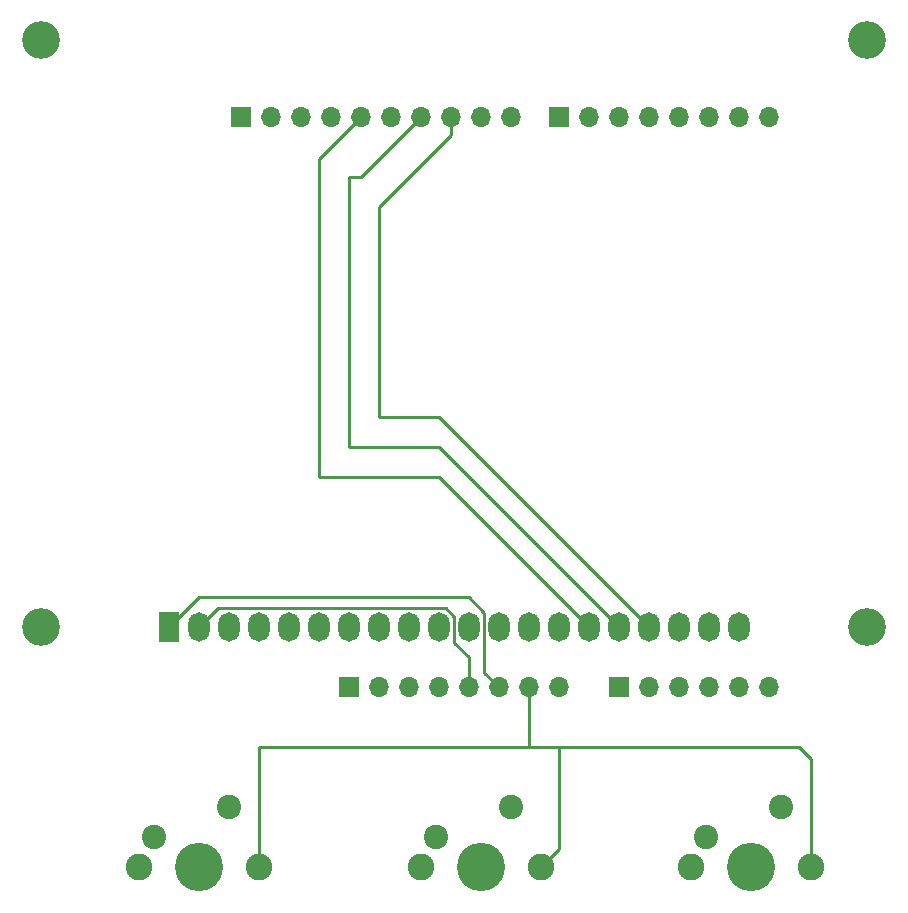
<source format=gbr>
%TF.GenerationSoftware,KiCad,Pcbnew,7.0.10*%
%TF.CreationDate,2024-02-11T11:32:57+13:00*%
%TF.ProjectId,conway_proj,636f6e77-6179-45f7-9072-6f6a2e6b6963,rev?*%
%TF.SameCoordinates,Original*%
%TF.FileFunction,Copper,L1,Top*%
%TF.FilePolarity,Positive*%
%FSLAX46Y46*%
G04 Gerber Fmt 4.6, Leading zero omitted, Abs format (unit mm)*
G04 Created by KiCad (PCBNEW 7.0.10) date 2024-02-11 11:32:57*
%MOMM*%
%LPD*%
G01*
G04 APERTURE LIST*
%TA.AperFunction,ComponentPad*%
%ADD10C,2.260600*%
%TD*%
%TA.AperFunction,ComponentPad*%
%ADD11C,4.089400*%
%TD*%
%TA.AperFunction,ComponentPad*%
%ADD12C,2.057400*%
%TD*%
%TA.AperFunction,ComponentPad*%
%ADD13R,1.700000X1.700000*%
%TD*%
%TA.AperFunction,ComponentPad*%
%ADD14O,1.700000X1.700000*%
%TD*%
%TA.AperFunction,ComponentPad*%
%ADD15O,1.800000X2.500000*%
%TD*%
%TA.AperFunction,ComponentPad*%
%ADD16R,1.800000X2.500000*%
%TD*%
%TA.AperFunction,ComponentPad*%
%ADD17C,3.200000*%
%TD*%
%TA.AperFunction,Conductor*%
%ADD18C,0.250000*%
%TD*%
G04 APERTURE END LIST*
D10*
%TO.P,MX_BUTTON3,5*%
%TO.N,GND*%
X141656000Y-178740000D03*
%TO.P,MX_BUTTON3,4*%
%TO.N,N/C*%
X131496000Y-178740000D03*
D11*
%TO.P,MX_BUTTON3,3*%
X136576000Y-178740000D03*
D12*
%TO.P,MX_BUTTON3,2*%
%TO.N,/4*%
X139116000Y-173660000D03*
%TO.P,MX_BUTTON3,1*%
%TO.N,N/C*%
X132766000Y-176200000D03*
%TD*%
D10*
%TO.P,MX_BUTTON2,5*%
%TO.N,GND*%
X118796000Y-178740000D03*
%TO.P,MX_BUTTON2,4*%
%TO.N,N/C*%
X108636000Y-178740000D03*
D11*
%TO.P,MX_BUTTON2,3*%
X113716000Y-178740000D03*
D12*
%TO.P,MX_BUTTON2,2*%
%TO.N,/\u002A3*%
X116256000Y-173660000D03*
%TO.P,MX_BUTTON2,1*%
%TO.N,N/C*%
X109906000Y-176200000D03*
%TD*%
%TO.P,MX_BUTTON1,1*%
%TO.N,N/C*%
X86030000Y-176200000D03*
%TO.P,MX_BUTTON1,2*%
%TO.N,/2*%
X92380000Y-173660000D03*
D11*
%TO.P,MX_BUTTON1,3*%
%TO.N,N/C*%
X89840000Y-178740000D03*
D10*
%TO.P,MX_BUTTON1,4*%
X84760000Y-178740000D03*
%TO.P,MX_BUTTON1,5*%
%TO.N,GND*%
X94920000Y-178740000D03*
%TD*%
D13*
%TO.P,J1,1,Pin_1*%
%TO.N,unconnected-(J1-Pin_1-Pad1)*%
X102540000Y-163500000D03*
D14*
%TO.P,J1,2,Pin_2*%
%TO.N,/IOREF*%
X105080000Y-163500000D03*
%TO.P,J1,3,Pin_3*%
%TO.N,/~{RESET}*%
X107620000Y-163500000D03*
%TO.P,J1,4,Pin_4*%
%TO.N,+3V3*%
X110160000Y-163500000D03*
%TO.P,J1,5,Pin_5*%
%TO.N,+5V*%
X112700000Y-163500000D03*
%TO.P,J1,6,Pin_6*%
%TO.N,GND*%
X115240000Y-163500000D03*
%TO.P,J1,7,Pin_7*%
X117780000Y-163500000D03*
%TO.P,J1,8,Pin_8*%
%TO.N,VCC*%
X120320000Y-163500000D03*
%TD*%
D13*
%TO.P,J3,1,Pin_1*%
%TO.N,/A0*%
X125400000Y-163500000D03*
D14*
%TO.P,J3,2,Pin_2*%
%TO.N,/A1*%
X127940000Y-163500000D03*
%TO.P,J3,3,Pin_3*%
%TO.N,/A2*%
X130480000Y-163500000D03*
%TO.P,J3,4,Pin_4*%
%TO.N,GND*%
X133020000Y-163500000D03*
%TO.P,J3,5,Pin_5*%
%TO.N,/SDA{slash}A4*%
X135560000Y-163500000D03*
%TO.P,J3,6,Pin_6*%
%TO.N,/SCL{slash}A5*%
X138100000Y-163500000D03*
%TD*%
D13*
%TO.P,J2,1,Pin_1*%
%TO.N,/SCL{slash}A5*%
X93396000Y-115240000D03*
D14*
%TO.P,J2,2,Pin_2*%
%TO.N,/SDA{slash}A4*%
X95936000Y-115240000D03*
%TO.P,J2,3,Pin_3*%
%TO.N,/AREF*%
X98476000Y-115240000D03*
%TO.P,J2,4,Pin_4*%
%TO.N,GND*%
X101016000Y-115240000D03*
%TO.P,J2,5,Pin_5*%
%TO.N,/13*%
X103556000Y-115240000D03*
%TO.P,J2,6,Pin_6*%
%TO.N,/12*%
X106096000Y-115240000D03*
%TO.P,J2,7*%
%TO.N,/\u002A11*%
X108636000Y-115240000D03*
%TO.P,J2,8*%
%TO.N,/\u002A10*%
X111176000Y-115240000D03*
%TO.P,J2,9*%
%TO.N,9*%
X113716000Y-115240000D03*
%TO.P,J2,10*%
%TO.N,8*%
X116256000Y-115240000D03*
%TD*%
D13*
%TO.P,J4,1,Pin_1*%
%TO.N,/7*%
X120320000Y-115240000D03*
D14*
%TO.P,J4,2,Pin_2*%
%TO.N,/\u002A6*%
X122860000Y-115240000D03*
%TO.P,J4,3,Pin_3*%
%TO.N,/\u002A5*%
X125400000Y-115240000D03*
%TO.P,J4,4,Pin_4*%
%TO.N,/4*%
X127940000Y-115240000D03*
%TO.P,J4,5,Pin_5*%
%TO.N,/\u002A3*%
X130480000Y-115240000D03*
%TO.P,J4,6,Pin_6*%
%TO.N,/2*%
X133020000Y-115240000D03*
%TO.P,J4,7,Pin_7*%
%TO.N,/TX{slash}1*%
X135560000Y-115240000D03*
%TO.P,J4,8,Pin_8*%
%TO.N,/RX{slash}0*%
X138100000Y-115240000D03*
%TD*%
D15*
%TO.P,DS1,20,LEDK/EL*%
%TO.N,GND*%
X135560000Y-158420000D03*
%TO.P,DS1,19,LEDA/EL*%
%TO.N,+5V*%
X133020000Y-158420000D03*
%TO.P,DS1,18,VEE*%
%TO.N,/passive*%
X130480000Y-158420000D03*
%TO.P,DS1,17,E*%
%TO.N,/\u002A10*%
X127940000Y-158420000D03*
%TO.P,DS1,16,D/~{I}*%
%TO.N,/\u002A11*%
X125400000Y-158420000D03*
%TO.P,DS1,15,R/~{W}*%
%TO.N,/13*%
X122860000Y-158420000D03*
%TO.P,DS1,14,~{RST}*%
%TO.N,/passive*%
X120320000Y-158420000D03*
%TO.P,DS1,13,~{CS2}*%
X117780000Y-158420000D03*
%TO.P,DS1,12,~{CS1}*%
X115240000Y-158420000D03*
%TO.P,DS1,11,DB7*%
X112700000Y-158420000D03*
%TO.P,DS1,10,DB6*%
X110160000Y-158420000D03*
%TO.P,DS1,9,DB5*%
X107620000Y-158420000D03*
%TO.P,DS1,8,DB4*%
X105080000Y-158420000D03*
%TO.P,DS1,7,DB3*%
X102540000Y-158420000D03*
%TO.P,DS1,6,DB2*%
%TO.N,GND*%
X100000000Y-158420000D03*
%TO.P,DS1,5,DB1*%
%TO.N,/passive*%
X97460000Y-158420000D03*
%TO.P,DS1,4,DB0*%
X94920000Y-158420000D03*
%TO.P,DS1,3,VO*%
X92380000Y-158420000D03*
%TO.P,DS1,2,GND*%
%TO.N,+5V*%
X89840000Y-158420000D03*
D16*
%TO.P,DS1,1,VCC*%
%TO.N,GND*%
X87300000Y-158420000D03*
D17*
%TO.P,DS1,*%
%TO.N,*%
X146430000Y-108720000D03*
X76430000Y-108720000D03*
X146430000Y-158420000D03*
X76430000Y-158420000D03*
%TD*%
D18*
%TO.N,GND*%
X94920000Y-178740000D02*
X94920000Y-168580000D01*
X120320000Y-177216000D02*
X120320000Y-168580000D01*
X120320000Y-168580000D02*
X140640000Y-168580000D01*
X118796000Y-178740000D02*
X120320000Y-177216000D01*
X117780000Y-168580000D02*
X120320000Y-168580000D01*
X141656000Y-169596000D02*
X141656000Y-178740000D01*
X140640000Y-168580000D02*
X141656000Y-169596000D01*
X94920000Y-168580000D02*
X117780000Y-168580000D01*
X117780000Y-163500000D02*
X117780000Y-168580000D01*
%TO.N,/\u002A11*%
X103556000Y-120320000D02*
X108636000Y-115240000D01*
X102540000Y-120320000D02*
X103556000Y-120320000D01*
X102540000Y-143180000D02*
X102540000Y-120320000D01*
X125400000Y-158420000D02*
X110160000Y-143180000D01*
X110160000Y-143180000D02*
X102540000Y-143180000D01*
%TO.N,/\u002A10*%
X105080000Y-122860000D02*
X111176000Y-116764000D01*
X105080000Y-140640000D02*
X105080000Y-122860000D01*
X110160000Y-140640000D02*
X105080000Y-140640000D01*
X127940000Y-158420000D02*
X110160000Y-140640000D01*
X111176000Y-116764000D02*
X111176000Y-115240000D01*
%TO.N,/13*%
X100000000Y-118796000D02*
X103556000Y-115240000D01*
X110160000Y-145720000D02*
X100000000Y-145720000D01*
X122860000Y-158420000D02*
X110160000Y-145720000D01*
X100000000Y-145720000D02*
X100000000Y-118796000D01*
%TO.N,GND*%
X114015000Y-162275000D02*
X115240000Y-163500000D01*
X89840000Y-155880000D02*
X112700000Y-155880000D01*
X87300000Y-158420000D02*
X89840000Y-155880000D01*
X112700000Y-155880000D02*
X114015000Y-157195000D01*
X114015000Y-157195000D02*
X114015000Y-162275000D01*
%TO.N,+5V*%
X110757412Y-156845000D02*
X111475000Y-157562588D01*
X91415000Y-156845000D02*
X110757412Y-156845000D01*
X111475000Y-159735000D02*
X112700000Y-160960000D01*
X111475000Y-157562588D02*
X111475000Y-159735000D01*
X89840000Y-158420000D02*
X91415000Y-156845000D01*
X112700000Y-160960000D02*
X112700000Y-163500000D01*
%TD*%
M02*

</source>
